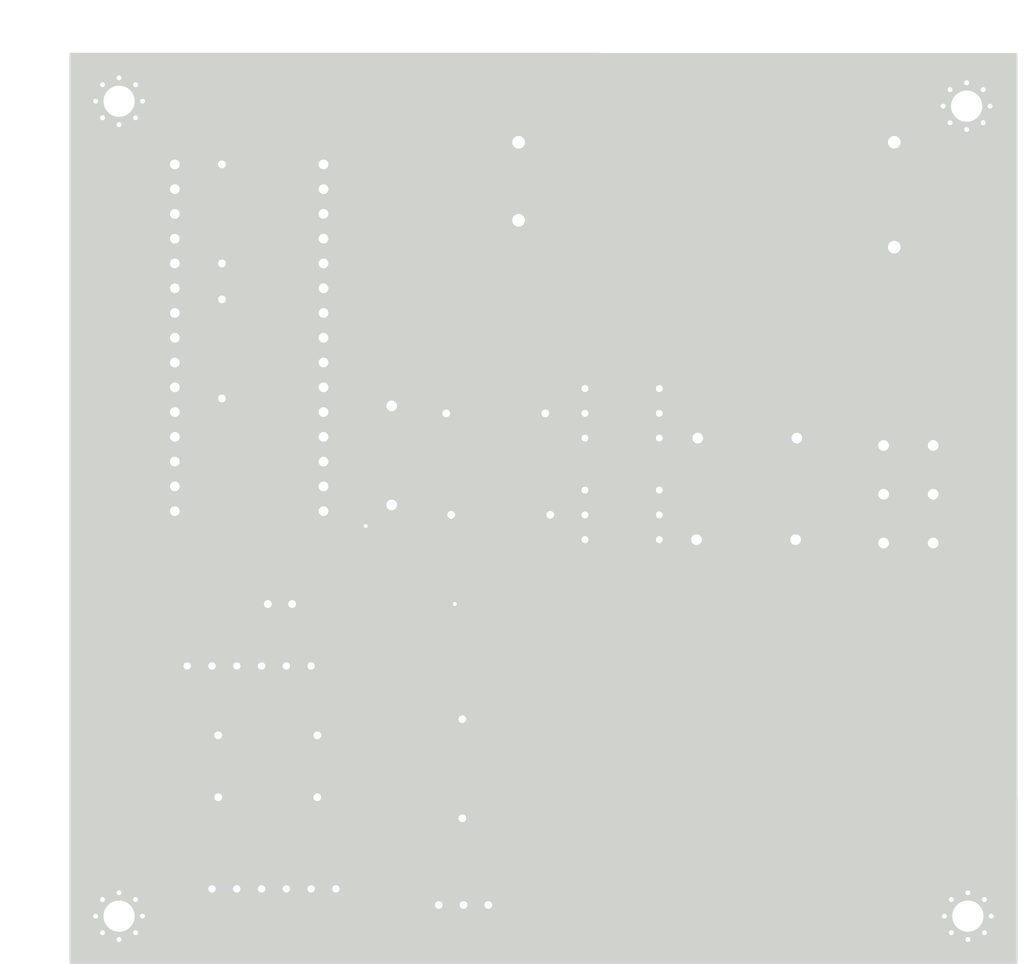
<source format=kicad_pcb>
(kicad_pcb (version 20171130) (host pcbnew "(5.1.8)-1")
  (title_block (title "Contrôleur radiateur fil pilote par GSM") (date 2022-02-09) (rev v1.1) (comment 1 https://github.com/MathieuBahin/ControleurFilPiloteSMS))
  (layers (0 F.Cu signal) (31 B.Cu signal) (34 B.Paste user hide) (35 F.Paste user hide) (36 B.SilkS user) (37 F.SilkS user) (38 B.Mask user hide) (39 F.Mask user hide) (44 Edge.Cuts user hide))
  (net 0 "")
  (net 1 "Net-(A1-Pad1)")
  (net 2 "Net-(A1-Pad17)")
  (net 3 "Net-(A1-Pad2)")
  (net 4 "Net-(A1-Pad18)")
  (net 5 "Net-(A1-Pad3)")
  (net 6 "Net-(A1-Pad19)")
  (net 7 GND)
  (net 8 "Net-(A1-Pad20)")
  (net 9 "Net-(A1-Pad5)")
  (net 10 "Net-(A1-Pad21)")
  (net 11 "Net-(A1-Pad6)")
  (net 12 "Net-(A1-Pad22)")
  (net 13 "Net-(A1-Pad23)")
  (net 14 "Net-(A1-Pad8)")
  (net 15 "Net-(A1-Pad24)")
  (net 16 "Net-(A1-Pad25)")
  (net 17 "Net-(A1-Pad10)")
  (net 18 "Net-(A1-Pad26)")
  (net 19 "Net-(A1-Pad11)")
  (net 20 "Net-(A1-Pad12)")
  (net 21 "Net-(A1-Pad28)")
  (net 22 "Net-(A1-Pad13)")
  (net 23 "Net-(A1-Pad14)")
  (net 24 "Net-(D6-Pad2)")
  (net 25 "Net-(D6-Pad1)")
  (net 26 "Net-(D7-Pad2)")
  (net 27 "Net-(R7-Pad1)")
  (net 28 "Net-(R8-Pad1)")
  (net 29 "Net-(U2-Pad5)")
  (net 30 "Net-(U2-Pad3)")
  (net 31 "Net-(U3-Pad5)")
  (net 32 "Net-(U3-Pad3)")
  (net 33 "Net-(A1-Pad27)")
  (net 34 "Net-(C1-Pad1)")
  (net 35 "Net-(J1-Pad1)")
  (net 36 "Net-(J1-Pad3)")
  (net 37 "Net-(U1-Pad12)")
  (net 38 "Net-(U1-Pad11)")
  (net 39 "Net-(U1-Pad10)")
  (net 40 "Net-(U1-Pad9)")
  (net 41 "Net-(U1-Pad7)")
  (net 42 "Net-(U1-Pad1)")
  (net 43 /Temp_Data)
  (net 44 /TX_GSM)
  (net 45 +5V)
  (net 46 /D12)
  (net 47 /D13)
  (net 48 "Net-(R1-Pad1)")
  (net 49 /RX_GSM)
  (net 50 "Net-(R4-Pad2)")
  (module Resistor_THT:R_Axial_DIN0207_L6.3mm_D2.5mm_P10.16mm_Horizontal (layer F.Cu) (at 114.681 94.488 90)
    (fp_text reference R3 (at 5.08 -2.37 90) (layer F.SilkS))
    (fp_text value 1.8k)
    (pad 2 thru_hole oval (at 10.16 0 90) (size 1.6 1.6) (drill 0.8) (layers *.Cu *.Mask) (net 49 /RX_GSM))
    (pad 1 thru_hole circle (at 0 0 90) (size 1.6 1.6) (drill 0.8) (layers *.Cu *.Mask) (net 7 GND))
  )
  (module perso:Arduino_Nano_step (layer F.Cu) (at 125.095 106.045 180)
    (fp_text reference A1 (at 7.62 -5.08) (layer F.SilkS))
    (fp_text value Arduino_Nano_v3.x)
    (pad 1 thru_hole rect (at 0 0 180) (size 1.6 1.6) (drill 1) (layers *.Cu *.Mask) (net 1 "Net-(A1-Pad1)"))
    (pad 17 thru_hole oval (at 15.24 33.02 180) (size 1.6 1.6) (drill 1) (layers *.Cu *.Mask) (net 2 "Net-(A1-Pad17)"))
    (pad 2 thru_hole oval (at 0 2.54 180) (size 1.6 1.6) (drill 1) (layers *.Cu *.Mask) (net 3 "Net-(A1-Pad2)"))
    (pad 18 thru_hole oval (at 15.24 30.48 180) (size 1.6 1.6) (drill 1) (layers *.Cu *.Mask) (net 4 "Net-(A1-Pad18)"))
    (pad 3 thru_hole oval (at 0 5.08 180) (size 1.6 1.6) (drill 1) (layers *.Cu *.Mask) (net 5 "Net-(A1-Pad3)"))
    (pad 19 thru_hole oval (at 15.24 27.94 180) (size 1.6 1.6) (drill 1) (layers *.Cu *.Mask) (net 6 "Net-(A1-Pad19)"))
    (pad 4 thru_hole oval (at 0 7.62 180) (size 1.6 1.6) (drill 1) (layers *.Cu *.Mask) (net 7 GND))
    (pad 20 thru_hole oval (at 15.24 25.4 180) (size 1.6 1.6) (drill 1) (layers *.Cu *.Mask) (net 8 "Net-(A1-Pad20)"))
    (pad 5 thru_hole oval (at 0 10.16 180) (size 1.6 1.6) (drill 1) (layers *.Cu *.Mask) (net 9 "Net-(A1-Pad5)"))
    (pad 21 thru_hole oval (at 15.24 22.86 180) (size 1.6 1.6) (drill 1) (layers *.Cu *.Mask) (net 10 "Net-(A1-Pad21)"))
    (pad 6 thru_hole oval (at 0 12.7 180) (size 1.6 1.6) (drill 1) (layers *.Cu *.Mask) (net 11 "Net-(A1-Pad6)"))
    (pad 22 thru_hole oval (at 15.24 20.32 180) (size 1.6 1.6) (drill 1) (layers *.Cu *.Mask) (net 12 "Net-(A1-Pad22)"))
    (pad 7 thru_hole oval (at 0 15.24 180) (size 1.6 1.6) (drill 1) (layers *.Cu *.Mask) (net 43 /Temp_Data))
    (pad 23 thru_hole oval (at 15.24 17.78 180) (size 1.6 1.6) (drill 1) (layers *.Cu *.Mask) (net 13 "Net-(A1-Pad23)"))
    (pad 8 thru_hole oval (at 0 17.78 180) (size 1.6 1.6) (drill 1) (layers *.Cu *.Mask) (net 14 "Net-(A1-Pad8)"))
    (pad 24 thru_hole oval (at 15.24 15.24 180) (size 1.6 1.6) (drill 1) (layers *.Cu *.Mask) (net 15 "Net-(A1-Pad24)"))
    (pad 9 thru_hole oval (at 0 20.32 180) (size 1.6 1.6) (drill 1) (layers *.Cu *.Mask) (net 44 /TX_GSM))
    (pad 25 thru_hole oval (at 15.24 12.7 180) (size 1.6 1.6) (drill 1) (layers *.Cu *.Mask) (net 16 "Net-(A1-Pad25)"))
    (pad 10 thru_hole oval (at 0 22.86 180) (size 1.6 1.6) (drill 1) (layers *.Cu *.Mask) (net 17 "Net-(A1-Pad10)"))
    (pad 26 thru_hole oval (at 15.24 10.16 180) (size 1.6 1.6) (drill 1) (layers *.Cu *.Mask) (net 18 "Net-(A1-Pad26)"))
    (pad 11 thru_hole oval (at 0 25.4 180) (size 1.6 1.6) (drill 1) (layers *.Cu *.Mask) (net 19 "Net-(A1-Pad11)"))
    (pad 27 thru_hole oval (at 15.24 7.62 180) (size 1.6 1.6) (drill 1) (layers *.Cu *.Mask) (net 33 "Net-(A1-Pad27)"))
    (pad 12 thru_hole oval (at 0 27.94 180) (size 1.6 1.6) (drill 1) (layers *.Cu *.Mask) (net 20 "Net-(A1-Pad12)"))
    (pad 28 thru_hole oval (at 15.24 5.08 180) (size 1.6 1.6) (drill 1) (layers *.Cu *.Mask) (net 21 "Net-(A1-Pad28)"))
    (pad 13 thru_hole oval (at 0 30.48 180) (size 1.6 1.6) (drill 1) (layers *.Cu *.Mask) (net 22 "Net-(A1-Pad13)"))
    (pad 29 thru_hole oval (at 15.24 2.54 180) (size 1.6 1.6) (drill 1) (layers *.Cu *.Mask) (net 7 GND))
    (pad 14 thru_hole oval (at 0 33.02 180) (size 1.6 1.6) (drill 1) (layers *.Cu *.Mask) (net 23 "Net-(A1-Pad14)"))
    (pad 30 thru_hole oval (at 15.24 0 180) (size 1.6 1.6) (drill 1) (layers *.Cu *.Mask) (net 45 +5V))
    (pad 15 thru_hole oval (at 0 35.56 180) (size 1.6 1.6) (drill 1) (layers *.Cu *.Mask) (net 46 /D12))
    (pad 16 thru_hole oval (at 15.24 35.56 180) (size 1.6 1.6) (drill 1) (layers *.Cu *.Mask) (net 47 /D13))
  )
  (module MountingHole:MountingHole_3.2mm_M3_Pad_Via (layer F.Cu) (at 191.135 147.574)
    (fp_text reference REF** hide)
    (fp_text value MountingHole_3.2mm_M3_Pad_Via)
    (pad 1 thru_hole circle (at 0 0) (size 6.4 6.4) (drill 3.2) (layers *.Cu *.Mask))
    (pad 1 thru_hole circle (at 2.4 0) (size 0.8 0.8) (drill 0.5) (layers *.Cu *.Mask))
    (pad 1 thru_hole circle (at 1.697056 1.697056) (size 0.8 0.8) (drill 0.5) (layers *.Cu *.Mask))
    (pad 1 thru_hole circle (at 0 2.4) (size 0.8 0.8) (drill 0.5) (layers *.Cu *.Mask))
    (pad 1 thru_hole circle (at -1.697056 1.697056) (size 0.8 0.8) (drill 0.5) (layers *.Cu *.Mask))
    (pad 1 thru_hole circle (at -2.4 0) (size 0.8 0.8) (drill 0.5) (layers *.Cu *.Mask))
    (pad 1 thru_hole circle (at -1.697056 -1.697056) (size 0.8 0.8) (drill 0.5) (layers *.Cu *.Mask))
    (pad 1 thru_hole circle (at 0 -2.4) (size 0.8 0.8) (drill 0.5) (layers *.Cu *.Mask))
    (pad 1 thru_hole circle (at 1.697056 -1.697056) (size 0.8 0.8) (drill 0.5) (layers *.Cu *.Mask))
  )
  (module MountingHole:MountingHole_3.2mm_M3_Pad_Via (layer F.Cu) (at 104.14 147.574)
    (fp_text reference REF** hide)
    (fp_text value MountingHole_3.2mm_M3_Pad_Via)
    (pad 1 thru_hole circle (at 0 0) (size 6.4 6.4) (drill 3.2) (layers *.Cu *.Mask))
    (pad 1 thru_hole circle (at 2.4 0) (size 0.8 0.8) (drill 0.5) (layers *.Cu *.Mask))
    (pad 1 thru_hole circle (at 1.697056 1.697056) (size 0.8 0.8) (drill 0.5) (layers *.Cu *.Mask))
    (pad 1 thru_hole circle (at 0 2.4) (size 0.8 0.8) (drill 0.5) (layers *.Cu *.Mask))
    (pad 1 thru_hole circle (at -1.697056 1.697056) (size 0.8 0.8) (drill 0.5) (layers *.Cu *.Mask))
    (pad 1 thru_hole circle (at -2.4 0) (size 0.8 0.8) (drill 0.5) (layers *.Cu *.Mask))
    (pad 1 thru_hole circle (at -1.697056 -1.697056) (size 0.8 0.8) (drill 0.5) (layers *.Cu *.Mask))
    (pad 1 thru_hole circle (at 0 -2.4) (size 0.8 0.8) (drill 0.5) (layers *.Cu *.Mask))
    (pad 1 thru_hole circle (at 1.697056 -1.697056) (size 0.8 0.8) (drill 0.5) (layers *.Cu *.Mask))
  )
  (module MountingHole:MountingHole_3.2mm_M3_Pad_Via (layer F.Cu) (at 104.14 64.008)
    (fp_text reference REF** hide)
    (fp_text value MountingHole_3.2mm_M3_Pad_Via)
    (pad 1 thru_hole circle (at 0 0) (size 6.4 6.4) (drill 3.2) (layers *.Cu *.Mask))
    (pad 1 thru_hole circle (at 2.4 0) (size 0.8 0.8) (drill 0.5) (layers *.Cu *.Mask))
    (pad 1 thru_hole circle (at 1.697056 1.697056) (size 0.8 0.8) (drill 0.5) (layers *.Cu *.Mask))
    (pad 1 thru_hole circle (at 0 2.4) (size 0.8 0.8) (drill 0.5) (layers *.Cu *.Mask))
    (pad 1 thru_hole circle (at -1.697056 1.697056) (size 0.8 0.8) (drill 0.5) (layers *.Cu *.Mask))
    (pad 1 thru_hole circle (at -2.4 0) (size 0.8 0.8) (drill 0.5) (layers *.Cu *.Mask))
    (pad 1 thru_hole circle (at -1.697056 -1.697056) (size 0.8 0.8) (drill 0.5) (layers *.Cu *.Mask))
    (pad 1 thru_hole circle (at 0 -2.4) (size 0.8 0.8) (drill 0.5) (layers *.Cu *.Mask))
    (pad 1 thru_hole circle (at 1.697056 -1.697056) (size 0.8 0.8) (drill 0.5) (layers *.Cu *.Mask))
  )
  (module MountingHole:MountingHole_3.2mm_M3_Pad_Via (layer F.Cu) (at 191.008 64.516)
    (fp_text reference REF** hide)
    (fp_text value MountingHole_3.2mm_M3_Pad_Via)
    (pad 1 thru_hole circle (at 1.697056 -1.697056) (size 0.8 0.8) (drill 0.5) (layers *.Cu *.Mask))
    (pad 1 thru_hole circle (at 0 -2.4) (size 0.8 0.8) (drill 0.5) (layers *.Cu *.Mask))
    (pad 1 thru_hole circle (at -1.697056 -1.697056) (size 0.8 0.8) (drill 0.5) (layers *.Cu *.Mask))
    (pad 1 thru_hole circle (at -2.4 0) (size 0.8 0.8) (drill 0.5) (layers *.Cu *.Mask))
    (pad 1 thru_hole circle (at -1.697056 1.697056) (size 0.8 0.8) (drill 0.5) (layers *.Cu *.Mask))
    (pad 1 thru_hole circle (at 0 2.4) (size 0.8 0.8) (drill 0.5) (layers *.Cu *.Mask))
    (pad 1 thru_hole circle (at 1.697056 1.697056) (size 0.8 0.8) (drill 0.5) (layers *.Cu *.Mask))
    (pad 1 thru_hole circle (at 2.4 0) (size 0.8 0.8) (drill 0.5) (layers *.Cu *.Mask))
    (pad 1 thru_hole circle (at 0 0) (size 6.4 6.4) (drill 3.2) (layers *.Cu *.Mask))
  )
  (module Resistor_THT:R_Axial_DIN0207_L6.3mm_D2.5mm_P10.16mm_Horizontal (layer F.Cu) (at 114.3 129.032)
    (fp_text reference R4 (at 5.08 -2.37) (layer F.SilkS))
    (fp_text value 4.7k)
    (pad 2 thru_hole oval (at 10.16 0) (size 1.6 1.6) (drill 0.8) (layers *.Cu *.Mask) (net 50 "Net-(R4-Pad2)"))
    (pad 1 thru_hole circle (at 0 0) (size 1.6 1.6) (drill 0.8) (layers *.Cu *.Mask) (net 34 "Net-(C1-Pad1)"))
  )
  (module Resistor_THT:R_Axial_DIN0207_L6.3mm_D2.5mm_P10.16mm_Horizontal (layer F.Cu) (at 114.3 135.382)
    (fp_text reference R1 (at 5.08 -2.37) (layer F.SilkS))
    (fp_text value 4.7k)
    (pad 2 thru_hole oval (at 10.16 0) (size 1.6 1.6) (drill 0.8) (layers *.Cu *.Mask) (net 7 GND))
    (pad 1 thru_hole circle (at 0 0) (size 1.6 1.6) (drill 0.8) (layers *.Cu *.Mask) (net 48 "Net-(R1-Pad1)"))
  )
  (module perso:IRM-10-5 (layer F.Cu) (at 164.338 77.47 180)
    (fp_text reference U5 (at -17.5854 -14.16354) (layer F.SilkS) (effects (font (size 1.402425 1.402425))))
    (fp_text value IRM-10-5)
    (pad 4 thru_hole circle (at 19.25 1.25 180) (size 1.95 1.95) (drill 1.3) (layers *.Cu *.Mask) (net 45 +5V))
    (pad 1 thru_hole circle (at -19.25 -1.5 180) (size 1.95 1.95) (drill 1.3) (layers *.Cu *.Mask) (net 36 "Net-(J1-Pad3)"))
    (pad 3 thru_hole circle (at 19.25 9.25 180) (size 1.95 1.95) (drill 1.3) (layers *.Cu *.Mask) (net 7 GND))
    (pad 2 thru_hole circle (at -19.25 9.25 180) (size 1.95 1.95) (drill 1.3) (layers *.Cu *.Mask) (net 35 "Net-(J1-Pad1)"))
  )
  (module perso:MOC3023M (layer F.Cu) (at 155.702 106.426)
    (fp_text reference U3 (at -5.715 5.715) (layer F.SilkS))
    (fp_text value MOC3023M)
    (pad 6 thru_hole circle (at 3.81 -2.54) (size 1.11 1.11) (drill 0.71) (layers *.Cu *.Mask) (net 35 "Net-(J1-Pad1)"))
    (pad 5 thru_hole circle (at 3.81 0) (size 1.11 1.11) (drill 0.71) (layers *.Cu *.Mask) (net 31 "Net-(U3-Pad5)"))
    (pad 4 thru_hole circle (at 3.81 2.54) (size 1.11 1.11) (drill 0.71) (layers *.Cu *.Mask) (net 26 "Net-(D7-Pad2)"))
    (pad 3 thru_hole circle (at -3.81 2.54) (size 1.11 1.11) (drill 0.71) (layers *.Cu *.Mask) (net 32 "Net-(U3-Pad3)"))
    (pad 2 thru_hole circle (at -3.81 0) (size 1.11 1.11) (drill 0.71) (layers *.Cu *.Mask) (net 7 GND))
    (pad 1 thru_hole rect (at -3.81 -2.54) (size 1.11 1.11) (drill 0.71) (layers *.Cu *.Mask) (net 28 "Net-(R8-Pad1)"))
  )
  (module perso:MOC3023M (layer F.Cu) (at 155.702 96.012)
    (fp_text reference U2 (at -5.715 4.191) (layer F.SilkS))
    (fp_text value MOC3023M)
    (pad 6 thru_hole circle (at 3.81 -2.54) (size 1.11 1.11) (drill 0.71) (layers *.Cu *.Mask) (net 35 "Net-(J1-Pad1)"))
    (pad 5 thru_hole circle (at 3.81 0) (size 1.11 1.11) (drill 0.71) (layers *.Cu *.Mask) (net 29 "Net-(U2-Pad5)"))
    (pad 4 thru_hole circle (at 3.81 2.54) (size 1.11 1.11) (drill 0.71) (layers *.Cu *.Mask) (net 25 "Net-(D6-Pad1)"))
    (pad 3 thru_hole circle (at -3.81 2.54) (size 1.11 1.11) (drill 0.71) (layers *.Cu *.Mask) (net 30 "Net-(U2-Pad3)"))
    (pad 2 thru_hole circle (at -3.81 0) (size 1.11 1.11) (drill 0.71) (layers *.Cu *.Mask) (net 7 GND))
    (pad 1 thru_hole rect (at -3.81 -2.54) (size 1.11 1.11) (drill 0.71) (layers *.Cu *.Mask) (net 27 "Net-(R7-Pad1)"))
  )
  (module perso:SIM800L_module (layer F.Cu) (at 111.125 121.92 90)
    (fp_text reference U1 (at 3.81 -0.762 180) (layer F.SilkS))
    (fp_text value SIM800L)
    (fp_text user "Carte Sim face supérieure" (at -12.7 0 90) (layer F.SilkS))
    (pad 12 thru_hole circle (at -22.86 15.24 90) (size 1.524 1.524) (drill 0.762) (layers *.Cu *.Mask) (net 37 "Net-(U1-Pad12)"))
    (pad 11 thru_hole circle (at -22.86 12.7 90) (size 1.524 1.524) (drill 0.762) (layers *.Cu *.Mask) (net 38 "Net-(U1-Pad11)"))
    (pad 10 thru_hole circle (at -22.86 10.16 90) (size 1.524 1.524) (drill 0.762) (layers *.Cu *.Mask) (net 39 "Net-(U1-Pad10)"))
    (pad 9 thru_hole circle (at -22.86 7.62 90) (size 1.524 1.524) (drill 0.762) (layers *.Cu *.Mask) (net 40 "Net-(U1-Pad9)"))
    (pad 8 thru_hole circle (at -22.86 5.08 90) (size 1.524 1.524) (drill 0.762) (layers *.Cu *.Mask) (net 48 "Net-(R1-Pad1)"))
    (pad 7 thru_hole circle (at -22.86 2.54 90) (size 1.524 1.524) (drill 0.762) (layers *.Cu *.Mask) (net 41 "Net-(U1-Pad7)"))
    (pad 6 thru_hole circle (at 0 12.7 90) (size 1.524 1.524) (drill 0.762) (layers *.Cu *.Mask) (net 7 GND))
    (pad 5 thru_hole circle (at 0 10.16 90) (size 1.524 1.524) (drill 0.762) (layers *.Cu *.Mask) (net 44 /TX_GSM))
    (pad 4 thru_hole circle (at 0 7.62 90) (size 1.524 1.524) (drill 0.762) (layers *.Cu *.Mask) (net 49 /RX_GSM))
    (pad 3 thru_hole circle (at 0 5.08 90) (size 1.524 1.524) (drill 0.762) (layers *.Cu *.Mask) (net 50 "Net-(R4-Pad2)"))
    (pad 2 thru_hole circle (at 0 2.54 90) (size 1.524 1.524) (drill 0.762) (layers *.Cu *.Mask) (net 34 "Net-(C1-Pad1)"))
    (pad 1 thru_hole circle (at 0 0 90) (size 1.524 1.524) (drill 0.762) (layers *.Cu *.Mask) (net 42 "Net-(U1-Pad1)"))
  )
  (module perso:ZFKDS_3 (layer F.Cu) (at 187.579 99.314 270)
    (fp_text reference J1 (at -4.191 2.921 180) (layer F.SilkS))
    (fp_text value ZFKDS_3)
    (pad 6 thru_hole circle (at 10 5.08 270) (size 1.5 1.5) (drill 1.1) (layers *.Cu *.Mask) (net 24 "Net-(D6-Pad2)"))
    (pad 5 thru_hole circle (at 10 0 270) (size 1.5 1.5) (drill 1.1) (layers *.Cu *.Mask) (net 24 "Net-(D6-Pad2)"))
    (pad 2 thru_hole circle (at 0 5.08 270) (size 1.5 1.5) (drill 1.1) (layers *.Cu *.Mask) (net 35 "Net-(J1-Pad1)"))
    (pad 3 thru_hole circle (at 5 0 270) (size 1.5 1.5) (drill 1.1) (layers *.Cu *.Mask) (net 36 "Net-(J1-Pad3)"))
    (pad 1 thru_hole circle (at 0 0 270) (size 1.5 1.5) (drill 1.1) (layers *.Cu *.Mask) (net 35 "Net-(J1-Pad1)"))
    (pad 4 thru_hole circle (at 5 5.08 270) (size 1.5 1.5) (drill 1.1) (layers *.Cu *.Mask) (net 36 "Net-(J1-Pad3)"))
  )
  (module Diode_THT:D_DO-41_SOD81_P10.16mm_Horizontal (layer F.Cu) (at 132.08 105.41 90)
    (fp_text reference D1 (at 4.826 2.921 180) (layer F.SilkS))
    (fp_text value 1N4007)
    (pad 2 thru_hole oval (at 10.16 0 90) (size 2.2 2.2) (drill 1.1) (layers *.Cu *.Mask) (net 45 +5V))
    (pad 1 thru_hole rect (at 0 0 90) (size 2.2 2.2) (drill 1.1) (layers *.Cu *.Mask) (net 34 "Net-(C1-Pad1)"))
  )
  (module Package_TO_SOT_THT:TO-92_Inline_Wide (layer F.Cu) (at 136.906 146.431)
    (fp_text reference U4 (at 2.54 -3.56) (layer F.SilkS))
    (fp_text value DS18B20)
    (pad 1 thru_hole rect (at 0 0) (size 1.5 1.5) (drill 0.8) (layers *.Cu *.Mask) (net 7 GND))
    (pad 3 thru_hole circle (at 5.08 0) (size 1.5 1.5) (drill 0.8) (layers *.Cu *.Mask) (net 45 +5V))
    (pad 2 thru_hole circle (at 2.54 0) (size 1.5 1.5) (drill 0.8) (layers *.Cu *.Mask) (net 43 /Temp_Data))
  )
  (module Resistor_THT:R_Axial_DIN0207_L6.3mm_D2.5mm_P10.16mm_Horizontal (layer F.Cu) (at 139.319 127.381 270)
    (fp_text reference R9 (at 5.08 -2.37 90) (layer F.SilkS))
    (fp_text value 4.7k)
    (pad 2 thru_hole oval (at 10.16 0 270) (size 1.6 1.6) (drill 0.8) (layers *.Cu *.Mask) (net 43 /Temp_Data))
    (pad 1 thru_hole circle (at 0 0 270) (size 1.6 1.6) (drill 0.8) (layers *.Cu *.Mask) (net 45 +5V))
  )
  (module Resistor_THT:R_Axial_DIN0207_L6.3mm_D2.5mm_P10.16mm_Horizontal (layer F.Cu) (at 148.336 106.426 180)
    (fp_text reference R8 (at 5.08 -2.37) (layer F.SilkS))
    (fp_text value 680)
    (pad 2 thru_hole oval (at 10.16 0 180) (size 1.6 1.6) (drill 0.8) (layers *.Cu *.Mask) (net 46 /D12))
    (pad 1 thru_hole circle (at 0 0 180) (size 1.6 1.6) (drill 0.8) (layers *.Cu *.Mask) (net 28 "Net-(R8-Pad1)"))
  )
  (module Resistor_THT:R_Axial_DIN0207_L6.3mm_D2.5mm_P10.16mm_Horizontal (layer F.Cu) (at 147.828 96.012 180)
    (fp_text reference R7 (at 5.08 -2.37) (layer F.SilkS))
    (fp_text value 680)
    (pad 2 thru_hole oval (at 10.16 0 180) (size 1.6 1.6) (drill 0.8) (layers *.Cu *.Mask) (net 47 /D13))
    (pad 1 thru_hole circle (at 0 0 180) (size 1.6 1.6) (drill 0.8) (layers *.Cu *.Mask) (net 27 "Net-(R7-Pad1)"))
  )
  (module Resistor_THT:R_Axial_DIN0207_L6.3mm_D2.5mm_P10.16mm_Horizontal (layer F.Cu) (at 114.681 80.645 90)
    (fp_text reference R2 (at 5.08 -2.37 90) (layer F.SilkS))
    (fp_text value 1k)
    (pad 2 thru_hole oval (at 10.16 0 90) (size 1.6 1.6) (drill 0.8) (layers *.Cu *.Mask) (net 14 "Net-(A1-Pad8)"))
    (pad 1 thru_hole circle (at 0 0 90) (size 1.6 1.6) (drill 0.8) (layers *.Cu *.Mask) (net 49 /RX_GSM))
  )
  (module Diode_THT:D_DO-41_SOD81_P10.16mm_Horizontal (layer F.Cu) (at 173.482 108.966 180)
    (fp_text reference D7 (at 5.207 2.54) (layer F.SilkS))
    (fp_text value 1N4007)
    (pad 2 thru_hole oval (at 10.16 0 180) (size 2.2 2.2) (drill 1.1) (layers *.Cu *.Mask) (net 26 "Net-(D7-Pad2)"))
    (pad 1 thru_hole rect (at 0 0 180) (size 2.2 2.2) (drill 1.1) (layers *.Cu *.Mask) (net 24 "Net-(D6-Pad2)"))
  )
  (module Diode_THT:D_DO-41_SOD81_P10.16mm_Horizontal (layer F.Cu) (at 163.449 98.552)
    (fp_text reference D6 (at 5.08 -2.47) (layer F.SilkS))
    (fp_text value 1N4007)
    (pad 2 thru_hole oval (at 10.16 0) (size 2.2 2.2) (drill 1.1) (layers *.Cu *.Mask) (net 24 "Net-(D6-Pad2)"))
    (pad 1 thru_hole rect (at 0 0) (size 2.2 2.2) (drill 1.1) (layers *.Cu *.Mask) (net 25 "Net-(D6-Pad1)"))
  )
  (module Capacitor_THT:CP_Radial_D5.0mm_P2.50mm (layer F.Cu) (at 119.38 115.57)
    (fp_text reference C1 (at 5.207 0.127) (layer F.SilkS))
    (fp_text value "100u 10V")
    (pad 2 thru_hole circle (at 2.5 0) (size 1.6 1.6) (drill 0.8) (layers *.Cu *.Mask) (net 7 GND))
    (pad 1 thru_hole rect (at 0 0) (size 1.6 1.6) (drill 0.8) (layers *.Cu *.Mask) (net 34 "Net-(C1-Pad1)"))
  )
  (gr_circle (center 149.733 103.16972) (end 149.987 103.29672) (layer F.SilkS) (width 0.12))
  (gr_circle (center 149.733 103.16972) (end 149.987 103.42372) (layer F.SilkS) (width 0.12))
  (gr_circle (center 149.733 103.16972) (end 150.114 103.42372) (layer F.SilkS) (width 0.12))
  (gr_circle (center 149.733 103.16972) (end 150.241 103.42372) (layer F.SilkS) (width 0.12))
  (gr_circle (center 149.733 103.16972) (end 149.86 103.29672) (layer F.SilkS) (width 0.12))
  (gr_circle (center 149.733 103.16464) (end 149.77872 103.18496) (layer F.SilkS) (width 0.12))
  (gr_circle (center 149.733 103.16464) (end 149.8092 103.20528) (layer F.SilkS) (width 0.12))
  (gr_circle (center 149.606 92.32392) (end 149.65172 92.34424) (layer F.SilkS) (width 0.12))
  (gr_circle (center 149.606 92.32392) (end 149.6822 92.36456) (layer F.SilkS) (width 0.12))
  (gr_circle (center 149.606 92.329) (end 149.733 92.456) (layer F.SilkS) (width 0.12))
  (gr_circle (center 149.606 92.329) (end 149.86 92.456) (layer F.SilkS) (width 0.12))
  (gr_circle (center 149.606 92.329) (end 149.86 92.583) (layer F.SilkS) (width 0.12))
  (gr_circle (center 149.606 92.329) (end 149.987 92.583) (layer F.SilkS) (width 0.12))
  (gr_circle (center 149.606 92.329) (end 150.114 92.583) (layer F.SilkS) (width 0.12))
  (gr_line (start 181.864 135.382) (end 183.134 135.382) (layer F.SilkS) (width 0.12))
  (gr_line (start 194.564 135.382) (end 195.834 135.382) (layer F.SilkS) (width 0.12))
  (gr_line (start 176.784 135.382) (end 178.054 135.382) (layer F.SilkS) (width 0.12))
  (gr_line (start 189.484 135.382) (end 190.754 135.382) (layer F.SilkS) (width 0.12))
  (gr_line (start 179.324 135.382) (end 180.594 135.382) (layer F.SilkS) (width 0.12))
  (gr_line (start 184.404 135.382) (end 185.674 135.382) (layer F.SilkS) (width 0.12))
  (gr_line (start 186.944 135.382) (end 188.214 135.382) (layer F.SilkS) (width 0.12))
  (gr_line (start 192.024 135.382) (end 193.294 135.382) (layer F.SilkS) (width 0.12))
  (gr_line (start 174.244 135.382) (end 175.514 135.382) (layer F.SilkS) (width 0.12))
  (gr_line (start 153.416 133.858) (end 153.416 135.128) (layer F.SilkS) (width 0.12))
  (gr_line (start 153.416 131.318) (end 153.416 132.588) (layer F.SilkS) (width 0.12))
  (gr_line (start 153.416 131.318) (end 153.416 132.588) (layer F.SilkS) (width 0.12))
  (gr_line (start 153.416 116.078) (end 153.416 117.348) (layer F.SilkS) (width 0.12))
  (gr_line (start 153.416 126.238) (end 153.416 127.508) (layer F.SilkS) (width 0.12))
  (gr_line (start 153.416 131.318) (end 153.416 132.588) (layer F.SilkS) (width 0.12))
  (gr_line (start 153.416 128.778) (end 153.416 130.048) (layer F.SilkS) (width 0.12))
  (gr_line (start 153.416 128.778) (end 153.416 130.048) (layer F.SilkS) (width 0.12))
  (gr_line (start 153.416 121.158) (end 153.416 122.428) (layer F.SilkS) (width 0.12))
  (gr_line (start 153.416 118.618) (end 153.416 119.888) (layer F.SilkS) (width 0.12))
  (gr_line (start 153.416 123.698) (end 153.416 124.968) (layer F.SilkS) (width 0.12))
  (gr_line (start 153.416 113.538) (end 153.416 114.808) (layer F.SilkS) (width 0.12))
  (gr_line (start 153.924 135.382) (end 155.194 135.382) (layer F.SilkS) (width 0.12))
  (gr_text "DC AC" (at 153.289 62.103) (layer F.SilkS) (effects (font (size 3 3))))
  (gr_line (start 153.416 62.738) (end 153.416 64.008) (layer F.SilkS) (width 0.12))
  (gr_line (start 153.416 60.198) (end 153.416 61.468) (layer F.SilkS) (width 0.12))
  (gr_line (start 153.416 103.378) (end 153.416 104.648) (layer F.SilkS) (width 0.12))
  (gr_line (start 153.416 100.838) (end 153.416 102.108) (layer F.SilkS) (width 0.12))
  (gr_line (start 153.416 109.093) (end 153.416 110.363) (layer F.SilkS) (width 0.12))
  (gr_line (start 153.416 106.553) (end 153.416 107.823) (layer F.SilkS) (width 0.12))
  (gr_line (start 153.416 98.298) (end 153.416 99.568) (layer F.SilkS) (width 0.12))
  (gr_line (start 153.416 95.758) (end 153.416 97.028) (layer F.SilkS) (width 0.12))
  (gr_line (start 153.416 93.218) (end 153.416 94.488) (layer F.SilkS) (width 0.12))
  (gr_line (start 153.416 90.678) (end 153.416 91.948) (layer F.SilkS) (width 0.12))
  (gr_line (start 153.416 88.138) (end 153.416 89.408) (layer F.SilkS) (width 0.12))
  (gr_line (start 153.416 85.598) (end 153.416 86.868) (layer F.SilkS) (width 0.12))
  (gr_line (start 153.416 83.058) (end 153.416 84.328) (layer F.SilkS) (width 0.12))
  (gr_line (start 153.416 80.518) (end 153.416 81.788) (layer F.SilkS) (width 0.12))
  (gr_line (start 153.416 80.518) (end 153.416 81.788) (layer F.SilkS) (width 0.12))
  (gr_line (start 153.416 77.978) (end 153.416 79.248) (layer F.SilkS) (width 0.12))
  (gr_line (start 153.416 75.438) (end 153.416 76.708) (layer F.SilkS) (width 0.12))
  (gr_line (start 153.416 72.898) (end 153.416 74.168) (layer F.SilkS) (width 0.12))
  (gr_line (start 153.416 70.358) (end 153.416 71.628) (layer F.SilkS) (width 0.12))
  (gr_line (start 153.416 67.818) (end 153.416 69.088) (layer F.SilkS) (width 0.12))
  (gr_line (start 174.244 135.382) (end 175.514 135.382) (layer F.SilkS) (width 0.12))
  (gr_line (start 171.704 135.382) (end 172.974 135.382) (layer F.SilkS) (width 0.12))
  (gr_line (start 169.164 135.382) (end 170.434 135.382) (layer F.SilkS) (width 0.12))
  (gr_line (start 166.624 135.382) (end 167.894 135.382) (layer F.SilkS) (width 0.12))
  (gr_line (start 164.084 135.382) (end 165.354 135.382) (layer F.SilkS) (width 0.12))
  (gr_line (start 161.544 135.382) (end 162.814 135.382) (layer F.SilkS) (width 0.12))
  (gr_line (start 159.004 135.382) (end 160.274 135.382) (layer F.SilkS) (width 0.12))
  (gr_line (start 156.464 135.382) (end 157.734 135.382) (layer F.SilkS) (width 0.12))
  (gr_line (start 153.416 113.538) (end 153.416 114.808) (layer F.SilkS) (width 0.12))
  (gr_line (start 153.416 110.998) (end 153.416 112.268) (layer F.SilkS) (width 0.12))
  (gr_line (start 153.416 65.278) (end 153.416 66.548) (layer F.SilkS) (width 0.12))
  (gr_line (start 153.416 62.738) (end 153.416 64.008) (layer F.SilkS) (width 0.12))
  (gr_line (start 116.84 69.215) (end 116.84 67.31) (layer F.SilkS) (width 0.12))
  (gr_line (start 120.015 69.215) (end 116.84 69.215) (layer F.SilkS) (width 0.12))
  (gr_line (start 120.015 67.31) (end 120.015 69.215) (layer F.SilkS) (width 0.12))
  (gr_line (start 116.84 67.31) (end 120.015 67.31) (layer F.SilkS) (width 0.12))
  (gr_text JLCJLCJLCJLC (at 165.735 77.47) (layer F.SilkS) (effects (font (size 1 1))))
  (gr_text "Mathieu BAHIN : Contrôleur radiateur fil pilote" (at 167.894 140.462) (layer F.SilkS) (effects (font (size 1.5 1.5))))
  (gr_line (start 176.784 117.348) (end 177.8 117.348) (layer F.SilkS) (width 0.12))
  (gr_line (start 176.784 123.444) (end 177.8 123.444) (layer F.SilkS) (width 0.12))
  (gr_line (start 176.784 130.302) (end 177.8 130.302) (layer F.SilkS) (width 0.12))
  (gr_line (start 176.784 122.174) (end 176.784 132.842) (layer F.SilkS) (width 0.12))
  (gr_text Neutre (at 185.42 123.825) (layer F.SilkS) (effects (font (size 2.5 2.5))))
  (gr_text Phase (at 184.912 117.729) (layer F.SilkS) (effects (font (size 2.5 2.5))))
  (gr_text Pilote (at 184.912 130.429) (layer F.SilkS) (effects (font (size 2.5 2.5))))
  (gr_line (start 176.784 121.666) (end 176.784 122.174) (layer F.SilkS) (width 0.12))
  (gr_line (start 176.784 119.126) (end 176.784 121.666) (layer F.SilkS) (width 0.12))
  (gr_line (start 176.784 108.204) (end 176.784 119.126) (layer F.SilkS) (width 0.12))
  (segment (start 125.095 88.265) (end 122.555 88.265) (width 0.25) (layer F.Cu) (net 14))
  (segment (start 122.555 88.265) (end 119.761 85.471) (width 0.25) (layer F.Cu) (net 14))
  (segment (start 119.761 85.471) (end 119.761 73.406) (width 0.25) (layer F.Cu) (net 14))
  (segment (start 116.84 70.485) (end 114.681 70.485) (width 0.25) (layer F.Cu) (net 14))
  (segment (start 119.761 73.406) (end 116.84 70.485) (width 0.25) (layer F.Cu) (net 14))
  (segment (start 173.609 108.839) (end 173.482 108.966) (width 0.5) (layer F.Cu) (net 24))
  (segment (start 173.609 98.552) (end 173.609 108.839) (width 0.5) (layer F.Cu) (net 24))
  (segment (start 173.83 109.314) (end 173.482 108.966) (width 0.5) (layer F.Cu) (net 24))
  (segment (start 187.579 109.314) (end 173.83 109.314) (width 0.5) (layer F.Cu) (net 24))
  (segment (start 163.449 98.552) (end 159.512 98.552) (width 0.5) (layer F.Cu) (net 25))
  (segment (start 163.322 108.966) (end 159.512 108.966) (width 0.5) (layer F.Cu) (net 26))
  (segment (start 150.368 93.472) (end 147.828 96.012) (width 0.25) (layer B.Cu) (net 27))
  (segment (start 151.892 93.472) (end 150.368 93.472) (width 0.25) (layer B.Cu) (net 27))
  (segment (start 150.876 103.886) (end 151.892 103.886) (width 0.25) (layer B.Cu) (net 28))
  (segment (start 148.336 106.426) (end 150.876 103.886) (width 0.25) (layer B.Cu) (net 28))
  (segment (start 132.08 109.855) (end 130.81 111.125) (width 1) (layer F.Cu) (net 34))
  (segment (start 130.81 111.125) (end 121.285 111.125) (width 1) (layer F.Cu) (net 34))
  (segment (start 113.665 121.92) (end 113.665 117.475) (width 1) (layer F.Cu) (net 34))
  (segment (start 115.57 115.57) (end 119.38 115.57) (width 1) (layer F.Cu) (net 34))
  (segment (start 113.665 117.475) (end 115.57 115.57) (width 1) (layer F.Cu) (net 34))
  (segment (start 120.015 111.125) (end 121.285 111.125) (width 1) (layer F.Cu) (net 34))
  (segment (start 115.57 115.57) (end 120.015 111.125) (width 1) (layer F.Cu) (net 34))
  (segment (start 119.38 111.76) (end 120.015 111.125) (width 1) (layer F.Cu) (net 34))
  (segment (start 119.38 115.57) (end 119.38 111.76) (width 1) (layer F.Cu) (net 34))
  (segment (start 132.08 105.41) (end 132.08 107.315) (width 1) (layer F.Cu) (net 34))
  (segment (start 132.08 107.315) (end 132.08 109.855) (width 1) (layer F.Cu) (net 34))
  (segment (start 132.08 107.188) (end 132.08 107.315) (width 1) (layer F.Cu) (net 34))
  (segment (start 113.665 128.397) (end 114.3 129.032) (width 0.25) (layer B.Cu) (net 34))
  (segment (start 113.665 121.92) (end 113.665 128.397) (width 0.25) (layer B.Cu) (net 34))
  (segment (start 183.588 68.22) (end 180.954 68.22) (width 1.5) (layer F.Cu) (net 35))
  (segment (start 180.954 68.22) (end 176.911 72.263) (width 1.5) (layer F.Cu) (net 35))
  (segment (start 176.911 72.263) (end 176.911 91.567) (width 1.5) (layer F.Cu) (net 35))
  (segment (start 178.816 93.472) (end 179.324 93.98) (width 0.25) (layer F.Cu) (net 35))
  (segment (start 176.911 91.567) (end 179.324 93.98) (width 1.5) (layer F.Cu) (net 35))
  (segment (start 159.512 93.472) (end 170.18 93.472) (width 0.25) (layer F.Cu) (net 35))
  (segment (start 170.18 93.472) (end 170.307 93.472) (width 0.25) (layer F.Cu) (net 35))
  (segment (start 170.307 93.472) (end 178.816 93.472) (width 0.25) (layer F.Cu) (net 35))
  (segment (start 187.579 99.314) (end 182.499 99.314) (width 1.5) (layer F.Cu) (net 35))
  (segment (start 182.499 97.155) (end 179.324 93.98) (width 1.5) (layer F.Cu) (net 35))
  (segment (start 182.499 99.314) (end 182.499 97.155) (width 1.5) (layer F.Cu) (net 35))
  (segment (start 159.512 103.886) (end 176.022 103.886) (width 0.25) (layer B.Cu) (net 35))
  (segment (start 180.594 99.314) (end 182.499 99.314) (width 0.25) (layer B.Cu) (net 35))
  (segment (start 176.022 103.886) (end 180.594 99.314) (width 0.25) (layer B.Cu) (net 35))
  (segment (start 182.499 104.314) (end 187.579 104.314) (width 1.5) (layer F.Cu) (net 36))
  (segment (start 187.579 104.314) (end 191.215 104.314) (width 1.5) (layer F.Cu) (net 36))
  (segment (start 191.215 104.314) (end 193.675 101.854) (width 1.5) (layer F.Cu) (net 36))
  (segment (start 193.675 89.057) (end 183.588 78.97) (width 1.5) (layer F.Cu) (net 36))
  (segment (start 193.675 101.854) (end 193.675 89.057) (width 1.5) (layer F.Cu) (net 36))
  (segment (start 139.446 137.668) (end 139.319 137.541) (width 0.25) (layer F.Cu) (net 43))
  (segment (start 139.446 146.431) (end 139.446 137.668) (width 0.25) (layer F.Cu) (net 43))
  (segment (start 125.095 90.805) (end 123.698 90.805) (width 0.25) (layer B.Cu) (net 43))
  (segment (start 123.698 90.805) (end 121.539 92.964) (width 0.25) (layer B.Cu) (net 43))
  (segment (start 121.539 92.964) (end 121.539 107.696) (width 0.25) (layer B.Cu) (net 43))
  (segment (start 121.539 107.696) (end 133.858 120.015) (width 0.25) (layer B.Cu) (net 43))
  (segment (start 133.858 132.08) (end 139.319 137.541) (width 0.25) (layer B.Cu) (net 43))
  (segment (start 133.858 120.015) (end 133.858 132.08) (width 0.25) (layer B.Cu) (net 43))
  (segment (start 121.666 85.725) (end 125.095 85.725) (width 0.25) (layer B.Cu) (net 44))
  (segment (start 116.84 90.551) (end 121.666 85.725) (width 0.25) (layer B.Cu) (net 44))
  (segment (start 116.84 117.475) (end 116.84 90.551) (width 0.25) (layer B.Cu) (net 44))
  (segment (start 121.285 121.92) (end 116.84 117.475) (width 0.25) (layer B.Cu) (net 44))
  (segment (start 132.08 91.948) (end 132.08 89.228) (width 1) (layer F.Cu) (net 45))
  (segment (start 141.298 80.01) (end 141.769 79.539) (width 0.25) (layer F.Cu) (net 45))
  (segment (start 141.769 79.539) (end 145.088 76.22) (width 1) (layer F.Cu) (net 45))
  (segment (start 132.08 89.228) (end 141.769 79.539) (width 1) (layer F.Cu) (net 45))
  (segment (start 132.08 95.25) (end 132.08 91.948) (width 1) (layer F.Cu) (net 45))
  (segment (start 138.557 115.57) (end 138.557 112.522) (width 0.25) (layer B.Cu) (net 45))
  (via (at 129.413 107.569) (size 0.8) (drill 0.4) (layers F.Cu B.Cu) (net 45))
  (segment (start 133.604 107.569) (end 129.413 107.569) (width 0.25) (layer B.Cu) (net 45))
  (segment (start 138.557 112.522) (end 133.604 107.569) (width 0.25) (layer B.Cu) (net 45))
  (segment (start 129.413 97.917) (end 129.413 107.569) (width 0.5) (layer F.Cu) (net 45))
  (segment (start 132.08 95.25) (end 129.413 97.917) (width 0.5) (layer F.Cu) (net 45))
  (segment (start 127.889 109.093) (end 129.413 107.569) (width 0.5) (layer F.Cu) (net 45))
  (segment (start 112.903 109.093) (end 127.889 109.093) (width 0.5) (layer F.Cu) (net 45))
  (segment (start 109.855 106.045) (end 112.903 109.093) (width 0.5) (layer F.Cu) (net 45))
  (segment (start 141.986 130.048) (end 139.319 127.381) (width 0.25) (layer F.Cu) (net 45))
  (segment (start 141.986 146.431) (end 141.986 130.048) (width 0.25) (layer F.Cu) (net 45))
  (segment (start 139.319 116.332) (end 139.0015 116.0145) (width 0.25) (layer F.Cu) (net 45))
  (segment (start 139.319 127.381) (end 139.319 116.332) (width 0.25) (layer F.Cu) (net 45))
  (segment (start 138.557 115.57) (end 138.557 115.57) (width 0.25) (layer F.Cu) (net 45))
  (segment (start 138.557 115.57) (end 139.0015 116.0145) (width 0.25) (layer F.Cu) (net 45))
  (via (at 138.557 115.57) (size 0.8) (drill 0.4) (layers F.Cu B.Cu) (net 45))
  (segment (start 138.176 106.426) (end 136.906 106.426) (width 0.25) (layer B.Cu) (net 46))
  (segment (start 136.906 106.426) (end 127.635 97.155) (width 0.25) (layer B.Cu) (net 46))
  (segment (start 127.635 73.025) (end 125.095 70.485) (width 0.25) (layer B.Cu) (net 46))
  (segment (start 127.635 97.155) (end 127.635 73.025) (width 0.25) (layer B.Cu) (net 46))
  (segment (start 137.668 96.012) (end 137.668 80.899) (width 0.25) (layer B.Cu) (net 47))
  (segment (start 109.855 70.485) (end 109.855 67.818) (width 0.25) (layer B.Cu) (net 47))
  (segment (start 109.855 67.818) (end 112.649 65.024) (width 0.25) (layer B.Cu) (net 47))
  (segment (start 112.649 65.024) (end 131.826 65.024) (width 0.25) (layer B.Cu) (net 47))
  (segment (start 131.826 65.024) (end 135.128 68.326) (width 0.25) (layer B.Cu) (net 47))
  (segment (start 135.128 68.326) (end 135.128 78.359) (width 0.25) (layer B.Cu) (net 47))
  (segment (start 137.668 80.899) (end 135.128 78.359) (width 0.25) (layer B.Cu) (net 47))
  (segment (start 116.205 137.287) (end 114.3 135.382) (width 0.25) (layer B.Cu) (net 48))
  (segment (start 116.205 144.78) (end 116.205 137.287) (width 0.25) (layer B.Cu) (net 48))
  (segment (start 114.681 80.645) (end 114.681 84.328) (width 0.25) (layer F.Cu) (net 49))
  (segment (start 118.745 121.92) (end 114.808 117.983) (width 0.25) (layer B.Cu) (net 49))
  (segment (start 114.808 117.983) (end 114.808 100.203) (width 0.25) (layer B.Cu) (net 49))
  (segment (start 114.808 100.203) (end 112.649 98.044) (width 0.25) (layer B.Cu) (net 49))
  (segment (start 112.649 86.36) (end 114.681 84.328) (width 0.25) (layer B.Cu) (net 49))
  (segment (start 112.649 98.044) (end 112.649 86.36) (width 0.25) (layer B.Cu) (net 49))
  (segment (start 124.46 129.032) (end 121.285 129.032) (width 0.25) (layer B.Cu) (net 50))
  (segment (start 124.46 129.032) (end 120.142 129.032) (width 0.25) (layer B.Cu) (net 50))
  (segment (start 116.205 125.095) (end 116.205 121.92) (width 0.25) (layer B.Cu) (net 50))
  (segment (start 120.142 129.032) (end 116.205 125.095) (width 0.25) (layer B.Cu) (net 50))
  (zone (net 7) (net_name GND) (layer B.Cu) (connect_pads (clearance 0.508)) (min_thickness 0.254) (fill yes (arc_segments 32) (thermal_gap 0.508) (thermal_bridge_width 0.508))
    (polygon (pts (xy 196.215 152.4) (xy 99.06 152.4) (xy 99.06 59.055) (xy 196.215 59.055)))
  )
  (zone (net 7) (net_name GND) (layer F.Cu) (connect_pads (clearance 0.508)) (min_thickness 0.254) (fill yes (arc_segments 32) (thermal_gap 0.508) (thermal_bridge_width 0.508))
    (polygon (pts (xy 196.215 152.4) (xy 99.06 152.4) (xy 99.06 59.055) (xy 196.215 59.055)))
  )
  (zone (net 0) (net_name "") (layer Edge.Cuts) (connect_pads (clearance 0.508)) (min_thickness 0.254) (fill yes (arc_segments 32) (thermal_gap 0.508) (thermal_bridge_width 0.508))
    (polygon (pts (xy 196.215 152.4) (xy 99.06 152.4) (xy 99.06 59.055) (xy 196.215 59.055)))
  )
  (zone (net 0) (net_name "") (layers F&B.Cu) (connect_pads (clearance 0.508)) (min_thickness 0.254)
    (keepout (tracks allowed) (vias allowed) (copperpour not_allowed))
    (fill (arc_segments 32) (thermal_gap 0.508) (thermal_bridge_width 0.508))
    (polygon (pts (xy 196.85 135.382) (xy 153.416 135.382) (xy 153.6065 58.3565) (xy 196.9135 58.4835)))
  )
  (zone (net 0) (net_name "") (layer B.Cu) (connect_pads (clearance 0.508)) (min_thickness 0.254)
    (keepout (tracks allowed) (vias allowed) (copperpour not_allowed))
    (fill (arc_segments 32) (thermal_gap 0.508) (thermal_bridge_width 0.508))
    (polygon (pts (xy 196.85 135.382) (xy 153.416 135.382) (xy 153.6065 58.3565) (xy 196.9135 58.4835)))
  )
)
</source>
